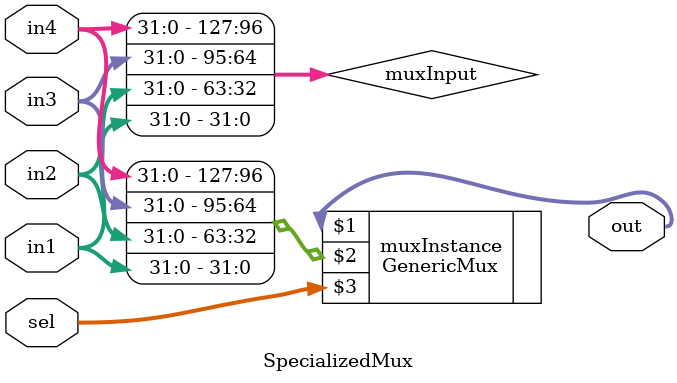
<source format=v>
`timescale 1ns / 1ps
module SpecializedMux(
	out, // Output Signal
	in1, // Z | Slave 0
	in2, // Input 1 from Master 1 | Slave 1
	in3, // Input 2 from Master 2 | Slave 2
	in4, // Z } Slave 3
	sel // Sel from Arbiter / ADL
    );
	
	parameter DATA_BITWIDTH = 32;

	output [DATA_BITWIDTH - 1 : 0] out;
	input  [DATA_BITWIDTH - 1 : 0] in1;
   input  [DATA_BITWIDTH - 1 : 0] in2;
	input  [DATA_BITWIDTH - 1 : 0] in3;
   input  [DATA_BITWIDTH - 1 : 0] in4;
	input  [1 : 0] sel;
	
	reg  [DATA_BITWIDTH - 1 : 0] regin1;
   reg  [DATA_BITWIDTH - 1 : 0] regin2;
	
	wire [DATA_BITWIDTH - 1 : 0] muxOutput;
	wire [(4 * DATA_BITWIDTH) - 1 : 0] muxInput;
	
	assign muxInput[(1 * DATA_BITWIDTH) - 1 : (          0        )] = in1;
	assign muxInput[(2 * DATA_BITWIDTH) - 1 : (1 * (DATA_BITWIDTH))] = in2;
	assign muxInput[(3 * DATA_BITWIDTH) - 1 : (2 * (DATA_BITWIDTH))] = in3;
	assign muxInput[(4 * DATA_BITWIDTH) - 1 : (3 * (DATA_BITWIDTH))] = in4;
 	
	GenericMux #(.SEL_WIDTH(2), .DATA_WIDTH(DATA_BITWIDTH)) muxInstance(out, muxInput, sel);
	
endmodule

</source>
